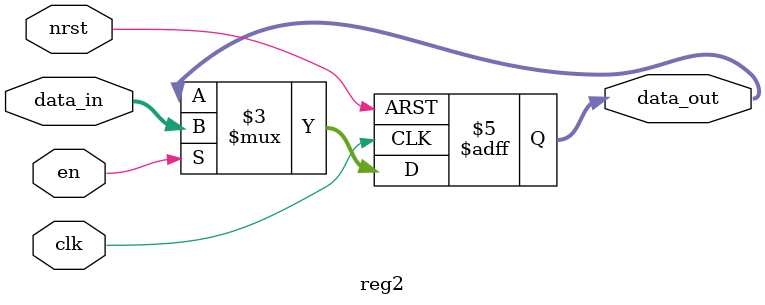
<source format=v>
`timescale 1ns/1ps
module controller(
  input             clk,
  input             nrst,
  input             baud,
  input       [6:0] dev_id,
  input             tx_en,
  input             tx_rd,
  input       [1:0] tx_cnt,
  input       [7:0] tx_data,
  output reg        tx_fail,
  output reg        busy,
  input       [1:0] rd_addr,
  output reg  [7:0] rd_data,
  input             SCL_in,
  input             SDA_in,
  output reg        SCL_out,
  output reg        SDA_out,
  output reg        SCL_tris,
  output reg        SDA_tris
  );
  
  reg [7:0] memory [3:0];
  wire [7:0] mem_sel;
  reg comm_start;
  wire SDA_devid, SDA_write, slave_write, id_done, wr_done, read_done, s_read, slave_wr_done;
  wire [5:0] scl_seq;
  wire start_bit, stop_bit;
  assign scl_seq[1:0] = {SDA_in, SCL_in};
  assign start_bit = scl_seq == 6'b110100;
  assign stop_bit = scl_seq == 6'b000111;
  
  reg master, read;
  wire [1:0] b;
  wire [2:0] byte_count;
  wire [7:0] byte_data;
  wire [7:0] s_byte;
  reg [2:0] ncount;
  assign byte_count = b + 1;
  reg [2:0] state;
  reg delay, start_timing, store;
  reg a;
  reg send_devid, load;
  

  assign mem_sel = master ? byte_data : s_byte;

  always@(*) begin
    rd_data <= memory[rd_addr];
  end

  reg clk2;
  wire clk_sel;
  
  // clk/2
  always@(posedge clk or negedge nrst) begin
    if (!nrst)
      clk2 <= 0;
    else
      clk2 <= ~clk2;
  end
  
  // clock selector
  assign clk_sel = baud&comm_start ? clk2 : clk;
  
  always@(posedge clk_sel or negedge nrst) begin
    if (!nrst)
      comm_start <= 0;
    else
      if ( (tx_en&!comm_start) || start_bit )
        comm_start <= 1;
      else
        if (stop_bit)
          comm_start <= 0;
  end
  
  always@(posedge clk_sel or negedge nrst) begin
    if (!nrst) begin
      master <= 0;
      read <= 0;
    end else begin
      if ( tx_en&!comm_start ) begin
        master <= 1;
        read <= tx_rd;
      end else
        if (stop_bit) begin
          master <= 0;
          read <= 0;
        end else begin
          if (!master && state==3'd0 && a)
            read <= byte_data[0];
        end
    end
  end
  
  reg SDA_reg, SDA_inst;
  wire inst, valid, valid2, valid3;
  assign inst = master&(valid|valid2) || !master&valid3;
  always@(*) begin
    if (inst) begin
      SDA_out <= SDA_inst;
    end else
      SDA_out <= SDA_reg;
  end
  
  always@(*) begin
    if (master)
      case (state)
      3'd0:
          SDA_inst = SDA_devid;
      3'd3:
          SDA_inst = SDA_write;
      default:
          SDA_inst = 1;
      endcase
    else
      case (state)
      3'd5:
        SDA_inst = slave_write;
      default:
        SDA_inst = 1;
      endcase
  end

  always@(posedge clk_sel or negedge nrst) begin
    if (!nrst) begin
      state <= 0;
      delay <= 0;
      start_timing <= 0;
      send_devid <= 0;
      load <= 0;
      store <= 0;
      //SDA_out <= 1;
      SDA_reg <= 1;
      SCL_out <= 1;
      SDA_tris <= 1;
      SCL_tris <= 1;
      tx_fail <= 0;
      busy <= 0;
      ncount <= 0;
      a <= 0;
      memory[0] <= 0;
      memory[1] <= 0;
      memory[2] <= 0;
      memory[3] <= 0;
    end else begin
      if ( tx_en&!comm_start || start_timing ) begin
        busy <= 1;
        SCL_tris <= 0;
        SDA_tris <= 0;
        a <= 0;
        if (!delay) begin
          SDA_reg <= 0;
          SCL_out <= 1;
          delay <= 1;
          start_timing <= 1;
        end else begin
          SDA_reg <= 0;
          SCL_out <= 0;
          delay <= 0;
          start_timing <= 0;
          send_devid <= 1;
        end
      end else begin
        if (comm_start || start_bit) begin
          if (master) begin
            case (state)
            3'd0: // send dev_id
              begin
              SCL_out <= delay;
              // SDA_out <= SDA_devid;
              ncount <= 0;
              if (delay) begin
                a <= id_done;
                delay <= 0;
              end else begin
                send_devid <= 0;
                delay <= 1;
                if (a) begin
                  state <= state + 1;
                  SDA_tris <= 1;
                  SDA_reg <= 1;
                end
              end
              end
            3'd1: // read slave ack
              begin
              if (delay) begin
                SCL_out <= delay;
                delay <= 0;
                a <= SDA_in;
                store <= 1;
              end else begin
                delay <= 1;
                SCL_out <= 0;
                if (a) begin
                  // error
                  state <= 3'd7;
                  tx_fail <= 1;
                  SDA_reg <= 0;
                  // SCL_out <= 0;
                  SDA_tris <= 0;
                end else begin
                  if (read) begin
                    state <= 3'd4;
                    SDA_tris <= 1;
                  end else begin
                    SDA_tris <= 0;
                    // SCL_out <= 0;
                    busy <= 0;
                    if (byte_count == ncount) begin
                      state <= 3'd7;
                      SDA_reg <= 0;
                      // SCL_out <= 0;
                      SDA_tris <= 0;
                    end else begin
                      SDA_reg <= 1;
                      state <= 3'd2;
                    end
                  end
                end
              end
              end
            3'd2: // wait for input data
              begin
              if (tx_en) begin
                state <= state + 1;
                SCL_out <= 0;
                busy <= 1;
                ncount <= ncount + 1;
              end
              end
            3'd3:
              begin
              SCL_out <= delay;
              if (delay) begin
                delay <= 0;
                a <= wr_done;
              end else begin
                delay <= 1;
                if (a) begin
                  state <= 3'd1;
                  SDA_tris <= 1;
                end
              end
              end
            3'd4:
              begin
              SCL_out <= delay;
              if (delay) begin
                delay <= 0;
                a <= read_done;
              end else begin
                store <= 0;
                delay <= 1;
                if (a) begin
                  memory[ncount[1:0]] <= mem_sel;
                  state <= state + 1;
                  ncount <= ncount + 1;
                end
              end
              end
            3'd5:
              begin
              SCL_out <= delay;
              if (delay) begin
                delay <= 0;
                a <= SDA_in;
                if (!SDA_in)
                  store <= 1;
              end else begin
                delay <= 1;
                if (a) begin
                  state <= 3'd7;
                  SDA_tris <= 0;
                  SDA_reg <= 0;
                  //SCL_out <= 0;
                end else begin
                  state <= state - 1;
                end
              end
              end
            default:
              begin
              if (delay) begin
                SCL_out <= 1;
                SDA_reg <= 0;
                delay <= 0;
              end else begin
                SCL_out <= 1;
                SDA_reg <= 1;
                busy <= 0;
                tx_fail <= 0;
              end
              end
            endcase
          end else begin
            SCL_tris <= 1;
            SCL_out <= 1;
            case (state)
            3'd0: // read dev_id
              begin
                ncount <= 0;
                if (delay) begin
                  delay <= 0;
                  a <= read_done;
                end else begin
                  delay <= 1;
                  if (a) begin
                    if (byte_data[7:1] == dev_id) begin
                      SDA_tris <= 0;
                      SDA_reg <= 0;
                      state <= state + 1;
                    end
                  end
                end
              end
            3'd1: // send ack
              begin
                if (delay) begin
                  delay <= 0;
                  if (read) begin
                    load <= 1;
                  end else begin
                    // store <= 1;
                  end
                end else begin
                  delay <= 1;
                  if (read) begin
                    state <= 3'd5;
                    SDA_tris <= 0;
                  end else begin
                    SDA_tris <= 1;
                    SDA_reg <= 1;
                    state <= state + 1;
                  end
                end
              end
            3'd2: // wait for input
              begin
                if (SCL_in)
                  state <= state + 1;
              end
            3'd3: // read from master
              begin
                if (delay) begin
                  delay <= 0;
                  a <= s_read;
                end else begin
                  delay <= 1;
                  // store <= 0;
                  if (a) begin
                    memory[ncount[1:0]] <= mem_sel;
                    state <= state + 1;
                    ncount <= ncount + 1;
                    SDA_tris <= 0;
                    SDA_reg <= 0;
                  end
                end
              end
            3'd4: // send ack
              begin
                if (delay) begin
                  delay <= 0;
                end else begin
                  delay <= 1;
                  SDA_tris <= 1;
                  SDA_reg <= 1;
                  state <= 3'd1;
                end
              end
            3'd5: // send to master
              begin
              if (delay) begin
                delay <= 0;
                a <= slave_wr_done;
                if (slave_wr_done)
                  ncount <= ncount + 1;
              end else begin
                delay <= 1;
                load <= 0;
                if (a) begin
                  state <= state + 1;
                  SDA_tris <= 0;
                  if (byte_count == ncount)
                    SDA_reg <= 1;
                  else
                    SDA_reg <= 0;
                end
              end
              end
            3'd6:
              begin
                if (delay) begin
                  delay <= 0;
                  if (byte_count == ncount) begin
                    SDA_reg <= 1;
                  end else begin
                    SDA_reg <= 0;
                    load <= 1;
                  end
                end else begin
                  delay <= 1;
                  if (byte_count == ncount) begin
                    SDA_tris <= 1;
                    SDA_reg <= 1;
                  end else begin
                    state <= state - 1;
                  end
                end
              end
            default:
              state <= 0;
            endcase
          end
        end else begin
          state <= 0;
          delay <= 0;
          start_timing <= 0;
          send_devid <= 0;
          load <= 0;
          store <= 0;
          SDA_reg <= 1;
          SCL_out <= 1;
          SDA_tris <= 1;
          SCL_tris <= 1;
          tx_fail <= 0;
          busy <= 0;
          ncount <= 0;
          a <= 0;
        end
      end
    end
  end
  
 
  
/*********************
 ***    MODULES    ***
 *********************/
  // save inputs
  partoser DATA (
    .clk(clk_sel),
    .nrst(nrst),
    .load(tx_en&!comm_start),
    .send(send_devid),
    .parallel( {tx_data[6:0], tx_rd} ),
    .serial(SDA_devid),
    .valid(valid),
    .done(id_done)
  );
  
  partoser SEND (
    .clk(clk_sel),
    .nrst(nrst),
    .load(tx_en&comm_start&(!busy)),
    .send(tx_en&comm_start&(!busy)),
    .parallel(tx_data),
    .serial(SDA_write),
    .valid(valid2),
    .done(wr_done)
  );
  
  partoser SLAVE_SEND (
    .clk(clk_sel),
    .nrst(nrst),
    .load(load),
    .send(load),
    .parallel(memory[ncount[1:0]]),
    .serial(slave_write),
    .valid(valid3),
    .done(slave_wr_done)
  );

  sertopar STORE (
    .clk(clk_sel),
    .nrst(nrst&!stop_bit),
    .en(store || start_bit&!master),
    .valid_out(read_done),
    .serial(SDA_in),
    .parallel(byte_data)
  );
  
  sertopar_slave SLAVE (
    .clk(clk_sel),
    .nrst(nrst&!stop_bit),
    .ready((state==3'd2)&!master),
    .trigger(SCL_in),
    .valid_out(s_read),
    .serial(SDA_in),
    .parallel(s_byte)
  );
  
  /* 2'b reg
  * checks if a start/stop bit is sent */
  reg2 BIT_CHECK1 (
    .clk(clk_sel),
    .nrst(nrst),
    .en(1'b1),
    .data_in( {SDA_in, SCL_in} ),
    .data_out(scl_seq[3:2])
  );
  reg2 BIT_CHECK2 (
    .clk(clk_sel),
    .nrst(nrst),
    .en(1'b1),
    .data_in( scl_seq[3:2] ),
    .data_out(scl_seq[5:4])
  );
  
  reg2 CNT_SAVE (
    .clk(clk_sel),
    .nrst(nrst),
    .en( (tx_en&!comm_start) || start_bit&!start_timing ),
    .data_in(tx_cnt),
    .data_out(b)
  );
  
endmodule

module partoser (
  input clk,
  input nrst,
  input load,
  input send,
  input [7:0] parallel,
  output serial,
  output reg valid,
  output reg done
  );
  
  reg [2:0] count;
  reg [7:0] mem;
  reg delay;
  assign serial = mem[7];
  reg a;
    
  always@(posedge clk or negedge nrst) begin
    if (!nrst) begin
      valid <= 0;
      count <= 0;
      mem <= 0;
      done <= 0;
      delay <= 0;
      a <= 0;
    end else begin
      if (!valid) begin
        case( {send, load} )
          2'b11: begin
            mem <= parallel;
            valid <= 1;
          end
          2'b10:
            valid <= 1;
          2'b01:
            mem <= parallel;
          2'b00:
            mem <= mem;
        endcase
        if (a) begin
          done <= 0;
          a <= 1;
        end
      end else begin
        if (delay) begin
          delay <= 0;
          mem <= mem << 1;
          if (&count) begin
            count <= 0;
            valid <= 0;
            delay <= 0;
          end else begin
            count <= count + 1;
            if (count==3'd6)
              done <= 1;
              a <= 1;
          end
        end else begin
          delay <= 1;
        end
      end
    end
  end
endmodule

module sertopar (
  input clk,
  input nrst,
  input en,
  input serial,
  output reg [7:0] parallel,
  output reg valid_out
  );
  
  reg [2:0] count;
  reg delay;
  reg fill;
    
  always@(posedge clk or negedge nrst) begin
    if (!nrst) begin
      valid_out <= 0;
      count <= 0;
      parallel <= 0;
      delay <= 0;
      fill <= 0;
    end else begin
      if (en|fill) begin
        if (delay) begin
          delay <= 0;
          parallel <= {parallel[6:0], serial};
          count <= count + 1;
          if (&count) begin
            count <= 0;
            fill <= 0;
            valid_out <= 0;
          end else begin
            if (count==3'd6)
              valid_out <= 1;
          end
        end else begin
          parallel <= parallel;
          delay <= 1;
          fill <= 1;
        end
      end
    end
  end
endmodule

module sertopar_slave (
  input clk,
  input nrst,
  input ready,
  input serial,
  input trigger,
  output reg [7:0] parallel,
  output reg valid_out
  );
  
  reg [2:0] count;
  reg delay;
  reg fill;
  reg c, en;
  wire z;

  always@(posedge trigger or negedge nrst) begin
    if (!nrst) begin
      c <= 0;
    end else begin
      if (ready) begin
        en <= 1;
        c <= serial;
      end else
        en <= 0;
    end
  end
  
  always@(posedge clk or negedge nrst) begin
    if (!nrst) begin
      valid_out <= 0;
      count <= 0;
      parallel <= 0;
      delay <= 0;
      fill <= 0;
    end else begin
      if (en|fill) begin
        if (delay) begin
          delay <= 0;
          if (en)
            parallel <= {parallel[5:0], {c, serial}};
          else
            parallel <= {parallel[6:0], serial};
          count <= count + 1;
          if (count==3'd6) begin
            count <= 0;
            fill <= 0;
            valid_out <= 0;
          end else begin
            if (count==3'd5)
              valid_out <= 1;
          end
        end else begin
          parallel <= parallel;
          delay <= 1;
          fill <= 1;
        end
      end
    end
  end
endmodule

module reg2 (
  input clk,
  input nrst,
  input en,
  input [1:0] data_in,
  output reg [1:0] data_out
  );
  
  always @(posedge clk or negedge nrst) begin
    if (!nrst)
      data_out <= 0;
    else
      if (en)
        data_out <= data_in;
  end
endmodule

</source>
